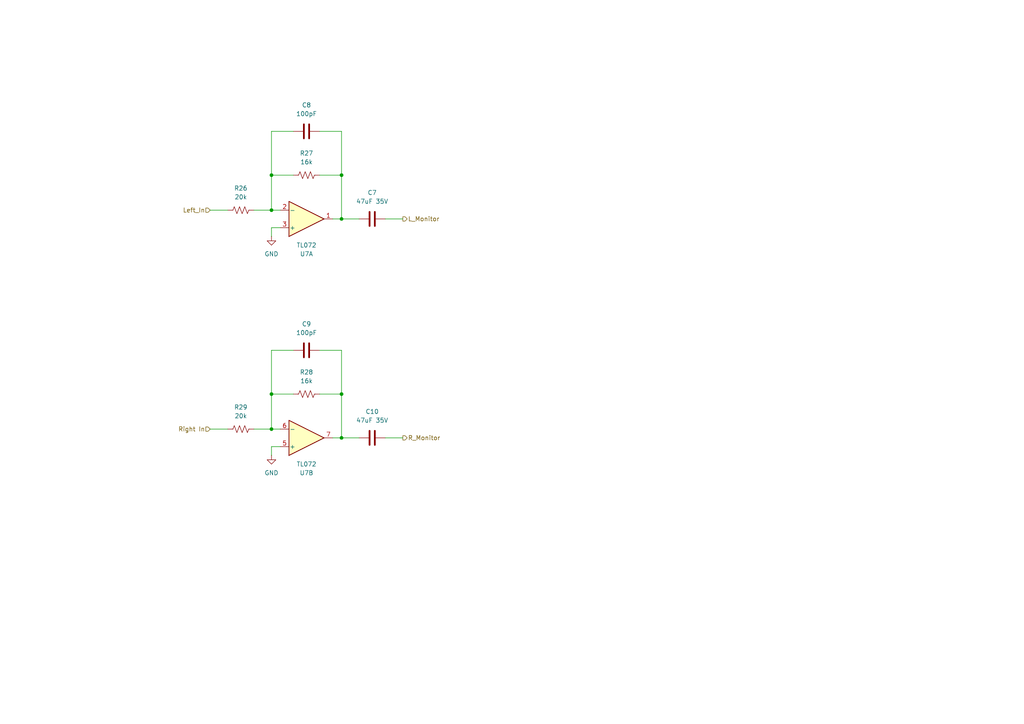
<source format=kicad_sch>
(kicad_sch (version 20250114) (generator "eeschema") (generator_version "9.0")
  (paper "A4")
  (title_block (comment 1 "PCB for 5 cm Kosmo format synthesizer module"))
  (lib_symbols
    (symbol "Amplifier_Operational:TL072" (pin_names (offset 0.127))
      (property "Reference" "U" (at 0 5.08 0))
      (property "Value" "TL072" (at 0 -5.08 0))
      (symbol "TL072_1_1"
        (polyline (pts (xy -5.08 5.08) (xy 5.08 0) (xy -5.08 -5.08) (xy -5.08 5.08)) (stroke (width 0.254)) (fill (type background)))
        (pin input line (at -7.62 2.54 0) (length 2.54) (name "+") (number "3"))
        (pin input line (at -7.62 -2.54 0) (length 2.54) (name "-") (number "2"))
        (pin output line (at 7.62 0 180) (length 2.54) (name "~") (number "1"))
      )
      (symbol "TL072_2_1"
        (polyline (pts (xy -5.08 5.08) (xy 5.08 0) (xy -5.08 -5.08) (xy -5.08 5.08)) (stroke (width 0.254)) (fill (type background)))
        (pin input line (at -7.62 2.54 0) (length 2.54) (name "+") (number "5"))
        (pin input line (at -7.62 -2.54 0) (length 2.54) (name "-") (number "6"))
        (pin output line (at 7.62 0 180) (length 2.54) (name "~") (number "7"))
      )
      (symbol "TL072_3_1"
        (pin power_in line (at -2.54 7.62 270) (length 3.81) (name "V+") (number "8"))
        (pin power_in line (at -2.54 -7.62 90) (length 3.81) (name "V-") (number "4"))
      )
    )
    (symbol "Device:C" (pin_numbers (hide yes)) (pin_names (offset 0.254))
      (property "Reference" "C" (at 0.635 2.54 0))
      (property "Value" "C" (at 0.635 -2.54 0))
      (symbol "C_0_1"
        (polyline (pts (xy -2.032 0.762) (xy 2.032 0.762)) (stroke (width 0.508)))
        (polyline (pts (xy -2.032 -0.762) (xy 2.032 -0.762)) (stroke (width 0.508)))
      )
      (symbol "C_1_1"
        (pin passive line (at 0 3.81 270) (length 2.794) (name "~") (number "1"))
        (pin passive line (at 0 -3.81 90) (length 2.794) (name "~") (number "2"))
      )
    )
    (symbol "Device:R_US" (pin_numbers (hide yes)) (pin_names (offset 0))
      (property "Reference" "R" (at 2.54 0 90))
      (property "Value" "R_US" (at -2.54 0 90))
      (symbol "R_US_0_1"
        (polyline (pts (xy 0 2.286) (xy 0 2.54)))
        (polyline (pts (xy 0 2.286) (xy 1.016 1.905) (xy 0 1.524) (xy -1.016 1.143) (xy 0 0.762)))
        (polyline (pts (xy 0 0.762) (xy 1.016 0.381) (xy 0 0) (xy -1.016 -0.381) (xy 0 -0.762)))
        (polyline (pts (xy 0 -0.762) (xy 1.016 -1.143) (xy 0 -1.524) (xy -1.016 -1.905) (xy 0 -2.286)))
        (polyline (pts (xy 0 -2.286) (xy 0 -2.54)))
      )
      (symbol "R_US_1_1"
        (pin passive line (at 0 3.81 270) (length 1.27) (name "~") (number "1"))
        (pin passive line (at 0 -3.81 90) (length 1.27) (name "~") (number "2"))
      )
    )
    (symbol "power:GND" (power) (pin_numbers (hide yes)) (pin_names (offset 0) (hide yes))
      (property "Value" "GND" (at 0 -3.81 0))
      (symbol "GND_0_1"
        (polyline (pts (xy 0 0) (xy 0 -1.27) (xy 1.27 -1.27) (xy 0 -2.54) (xy -1.27 -1.27) (xy 0 -1.27)))
      )
      (symbol "GND_1_1"
        (pin power_in line (at 0 0 270) (length 0) (name "~") (number "1"))
      )
    )
  )
  (junction (at 78.74 124.46))
  (junction (at 99.06 63.5))
  (junction (at 99.06 114.3))
  (junction (at 78.74 114.3))
  (junction (at 78.74 50.8))
  (junction (at 99.06 50.8))
  (junction (at 78.74 60.96))
  (junction (at 99.06 127))
  (wire (pts (xy 99.06 50.8) (xy 99.06 63.5)))
  (wire (pts (xy 96.52 63.5) (xy 99.06 63.5)))
  (wire (pts (xy 85.09 50.8) (xy 78.74 50.8)))
  (wire (pts (xy 60.96 60.96) (xy 66.04 60.96)))
  (wire (pts (xy 85.09 38.1) (xy 78.74 38.1)))
  (wire (pts (xy 78.74 66.04) (xy 78.74 68.58)))
  (wire (pts (xy 92.71 38.1) (xy 99.06 38.1)))
  (wire (pts (xy 99.06 114.3) (xy 99.06 127)))
  (wire (pts (xy 81.28 66.04) (xy 78.74 66.04)))
  (wire (pts (xy 92.71 101.6) (xy 99.06 101.6)))
  (wire (pts (xy 73.66 60.96) (xy 78.74 60.96)))
  (wire (pts (xy 78.74 114.3) (xy 78.74 124.46)))
  (wire (pts (xy 111.76 63.5) (xy 116.84 63.5)))
  (wire (pts (xy 92.71 50.8) (xy 99.06 50.8)))
  (wire (pts (xy 92.71 114.3) (xy 99.06 114.3)))
  (wire (pts (xy 60.96 124.46) (xy 66.04 124.46)))
  (wire (pts (xy 85.09 114.3) (xy 78.74 114.3)))
  (wire (pts (xy 78.74 50.8) (xy 78.74 60.96)))
  (wire (pts (xy 111.76 127) (xy 116.84 127)))
  (wire (pts (xy 99.06 63.5) (xy 104.14 63.5)))
  (wire (pts (xy 78.74 60.96) (xy 81.28 60.96)))
  (wire (pts (xy 99.06 127) (xy 104.14 127)))
  (wire (pts (xy 81.28 129.54) (xy 78.74 129.54)))
  (wire (pts (xy 73.66 124.46) (xy 78.74 124.46)))
  (wire (pts (xy 99.06 101.6) (xy 99.06 114.3)))
  (wire (pts (xy 78.74 38.1) (xy 78.74 50.8)))
  (wire (pts (xy 85.09 101.6) (xy 78.74 101.6)))
  (wire (pts (xy 78.74 124.46) (xy 81.28 124.46)))
  (wire (pts (xy 78.74 101.6) (xy 78.74 114.3)))
  (wire (pts (xy 99.06 38.1) (xy 99.06 50.8)))
  (wire (pts (xy 96.52 127) (xy 99.06 127)))
  (wire (pts (xy 78.74 129.54) (xy 78.74 132.08)))
  (hierarchical_label "R_Monitor" (shape output) (at 116.84 127 0))
  (hierarchical_label "Left_In" (shape input) (at 60.96 60.96 180))
  (hierarchical_label "Right In" (shape input) (at 60.96 124.46 180))
  (hierarchical_label "L_Monitor" (shape output) (at 116.84 63.5 0))
  (symbol (lib_id "Device:C") (at 107.95 63.5 90) (unit 1)
    (property "Reference" "C7" (at 107.95 55.88 90))
    (property "Value" "47uF 35V" (at 107.95 58.42 90))
    (property "Footprint" "Capacitor_THT:C_Radial_D8.0mm_H11.5mm_P3.50mm" (effects (hide yes)))
    (property "Description" "Unpolarized capacitor" (effects (hide yes)))
  )
  (symbol (lib_id "Device:R_US") (at 88.9 50.8 90) (unit 1)
    (property "Reference" "R27" (at 88.9 44.45 90))
    (property "Value" "16k" (at 88.9 46.99 90))
    (property "Footprint" "Resistor_THT:R_Axial_DIN0207_L6.3mm_D2.5mm_P7.62mm_Horizontal" (effects (hide yes)))
    (property "Description" "Resistor, US symbol" (effects (hide yes)))
  )
  (symbol (lib_id "Device:C") (at 88.9 38.1 90) (unit 1)
    (property "Reference" "C8" (at 88.9 30.48 90))
    (property "Value" "100pF" (at 88.9 33.02 90))
    (property "Footprint" "Capacitor_THT:C_Disc_D3.0mm_W2.0mm_P2.50mm" (effects (hide yes)))
    (property "Description" "Unpolarized capacitor" (effects (hide yes)))
  )
  (symbol (lib_id "Device:R_US") (at 88.9 114.3 90) (unit 1)
    (property "Reference" "R28" (at 88.9 107.95 90))
    (property "Value" "16k" (at 88.9 110.49 90))
    (property "Footprint" "Resistor_THT:R_Axial_DIN0207_L6.3mm_D2.5mm_P7.62mm_Horizontal" (effects (hide yes)))
    (property "Description" "Resistor, US symbol" (effects (hide yes)))
  )
  (symbol (lib_id "Device:C") (at 88.9 101.6 90) (unit 1)
    (property "Reference" "C9" (at 88.9 93.98 90))
    (property "Value" "100pF" (at 88.9 96.52 90))
    (property "Footprint" "Capacitor_THT:C_Disc_D3.0mm_W2.0mm_P2.50mm" (effects (hide yes)))
    (property "Description" "Unpolarized capacitor" (effects (hide yes)))
  )
  (symbol (lib_id "Device:C") (at 107.95 127 90) (unit 1)
    (property "Reference" "C10" (at 107.95 119.38 90))
    (property "Value" "47uF 35V" (at 107.95 121.92 90))
    (property "Footprint" "Capacitor_THT:C_Radial_D8.0mm_H11.5mm_P3.50mm" (effects (hide yes)))
    (property "Description" "Unpolarized capacitor" (effects (hide yes)))
  )
  (symbol (lib_id "Device:R_US") (at 69.85 124.46 90) (unit 1)
    (property "Reference" "R29" (at 69.85 118.11 90))
    (property "Value" "20k" (at 69.85 120.65 90))
    (property "Footprint" "Resistor_THT:R_Axial_DIN0207_L6.3mm_D2.5mm_P7.62mm_Horizontal" (effects (hide yes)))
    (property "Description" "Resistor, US symbol" (effects (hide yes)))
  )
  (symbol (lib_id "power:GND") (at 78.74 132.08 0) (unit 1)
    (property "Reference" "#PWR024" (effects (hide yes)))
    (property "Value" "GND" (at 78.74 137.16 0))
    (property "Description" "Power symbol creates a global label with name \"GND\" , ground" (effects (hide yes)))
  )
  (symbol (lib_id "Device:R_US") (at 69.85 60.96 90) (unit 1)
    (property "Reference" "R26" (at 69.85 54.61 90))
    (property "Value" "20k" (at 69.85 57.15 90))
    (property "Footprint" "Resistor_THT:R_Axial_DIN0207_L6.3mm_D2.5mm_P7.62mm_Horizontal" (effects (hide yes)))
    (property "Description" "Resistor, US symbol" (effects (hide yes)))
  )
  (symbol (lib_id "Amplifier_Operational:TL072") (at 88.9 127 0) (mirror x) (unit 2)
    (property "Reference" "U7" (at 88.9 137.16 0))
    (property "Value" "TL072" (at 88.9 134.62 0))
    (property "Footprint" "Package_DIP:DIP-8_W7.62mm_Socket" (effects (hide yes)))
    (property "Datasheet" "http://www.ti.com/lit/ds/symlink/tl071.pdf" (effects (hide yes)))
    (property "Description" "Dual Low-Noise JFET-Input Operational Amplifiers, DIP-8/SOIC-8" (effects (hide yes)))
  )
  (symbol (lib_id "power:GND") (at 78.74 68.58 0) (unit 1)
    (property "Reference" "#PWR023" (effects (hide yes)))
    (property "Value" "GND" (at 78.74 73.66 0))
    (property "Description" "Power symbol creates a global label with name \"GND\" , ground" (effects (hide yes)))
  )
  (symbol (lib_id "Amplifier_Operational:TL072") (at 88.9 63.5 0) (mirror x) (unit 1)
    (property "Reference" "U7" (at 88.9 73.66 0))
    (property "Value" "TL072" (at 88.9 71.12 0))
    (property "Footprint" "Package_DIP:DIP-8_W7.62mm_Socket" (effects (hide yes)))
    (property "Datasheet" "http://www.ti.com/lit/ds/symlink/tl071.pdf" (effects (hide yes)))
    (property "Description" "Dual Low-Noise JFET-Input Operational Amplifiers, DIP-8/SOIC-8" (effects (hide yes)))
  )
)
</source>
